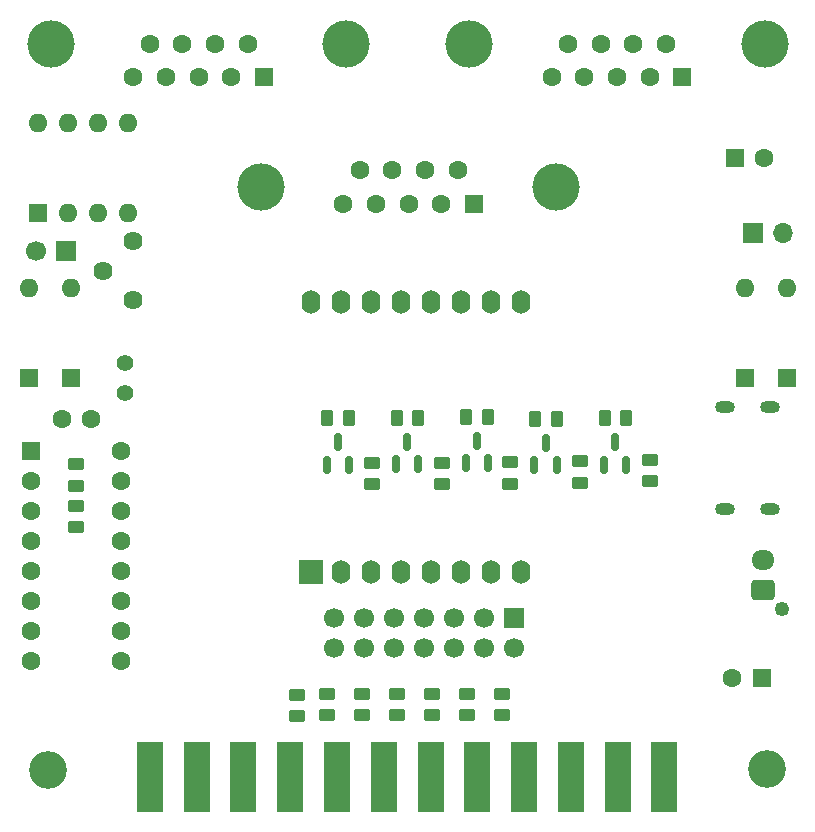
<source format=gbr>
%TF.GenerationSoftware,KiCad,Pcbnew,9.0.2-9.0.2-0~ubuntu24.10.1*%
%TF.CreationDate,2025-07-06T18:08:22+02:00*%
%TF.ProjectId,pet_joymate,7065745f-6a6f-4796-9d61-74652e6b6963,rev?*%
%TF.SameCoordinates,Original*%
%TF.FileFunction,Soldermask,Bot*%
%TF.FilePolarity,Negative*%
%FSLAX46Y46*%
G04 Gerber Fmt 4.6, Leading zero omitted, Abs format (unit mm)*
G04 Created by KiCad (PCBNEW 9.0.2-9.0.2-0~ubuntu24.10.1) date 2025-07-06 18:08:22*
%MOMM*%
%LPD*%
G01*
G04 APERTURE LIST*
G04 Aperture macros list*
%AMRoundRect*
0 Rectangle with rounded corners*
0 $1 Rounding radius*
0 $2 $3 $4 $5 $6 $7 $8 $9 X,Y pos of 4 corners*
0 Add a 4 corners polygon primitive as box body*
4,1,4,$2,$3,$4,$5,$6,$7,$8,$9,$2,$3,0*
0 Add four circle primitives for the rounded corners*
1,1,$1+$1,$2,$3*
1,1,$1+$1,$4,$5*
1,1,$1+$1,$6,$7*
1,1,$1+$1,$8,$9*
0 Add four rect primitives between the rounded corners*
20,1,$1+$1,$2,$3,$4,$5,0*
20,1,$1+$1,$4,$5,$6,$7,0*
20,1,$1+$1,$6,$7,$8,$9,0*
20,1,$1+$1,$8,$9,$2,$3,0*%
G04 Aperture macros list end*
%ADD10O,1.700000X1.000000*%
%ADD11R,1.600000X1.600000*%
%ADD12O,1.600000X1.600000*%
%ADD13C,3.200000*%
%ADD14RoundRect,0.250000X0.550000X0.550000X-0.550000X0.550000X-0.550000X-0.550000X0.550000X-0.550000X0*%
%ADD15C,1.600000*%
%ADD16C,1.250000*%
%ADD17RoundRect,0.250000X0.725000X-0.600000X0.725000X0.600000X-0.725000X0.600000X-0.725000X-0.600000X0*%
%ADD18O,1.950000X1.700000*%
%ADD19R,1.700000X1.700000*%
%ADD20C,1.700000*%
%ADD21C,1.400000*%
%ADD22O,1.700000X1.700000*%
%ADD23C,1.620000*%
%ADD24RoundRect,0.250000X-0.550000X-0.550000X0.550000X-0.550000X0.550000X0.550000X-0.550000X0.550000X0*%
%ADD25C,4.000000*%
%ADD26R,2.200000X6.000000*%
%ADD27R,2.000000X2.000000*%
%ADD28O,1.600000X2.000000*%
%ADD29RoundRect,0.150000X0.150000X-0.587500X0.150000X0.587500X-0.150000X0.587500X-0.150000X-0.587500X0*%
%ADD30RoundRect,0.250000X-0.262500X-0.450000X0.262500X-0.450000X0.262500X0.450000X-0.262500X0.450000X0*%
%ADD31RoundRect,0.250000X0.262500X0.450000X-0.262500X0.450000X-0.262500X-0.450000X0.262500X-0.450000X0*%
%ADD32RoundRect,0.250000X0.450000X-0.262500X0.450000X0.262500X-0.450000X0.262500X-0.450000X-0.262500X0*%
%ADD33RoundRect,0.250000X-0.450000X0.262500X-0.450000X-0.262500X0.450000X-0.262500X0.450000X0.262500X0*%
G04 APERTURE END LIST*
D10*
%TO.C,J4*%
X129140000Y-108820000D03*
X132940000Y-108820000D03*
X129140000Y-100180000D03*
X132940000Y-100180000D03*
%TD*%
D11*
%TO.C,D3*%
X70175000Y-97725000D03*
D12*
X70175000Y-90105000D03*
%TD*%
D11*
%TO.C,D1*%
X130775000Y-97725000D03*
D12*
X130775000Y-90105000D03*
%TD*%
D11*
%TO.C,D4*%
X73725000Y-97725000D03*
D12*
X73725000Y-90105000D03*
%TD*%
D11*
%TO.C,U1*%
X70935000Y-83775000D03*
D12*
X73475000Y-83775000D03*
X76015000Y-83775000D03*
X78555000Y-83775000D03*
X78555000Y-76155000D03*
X76015000Y-76155000D03*
X73475000Y-76155000D03*
X70935000Y-76155000D03*
%TD*%
D13*
%TO.C,H2*%
X132650000Y-130875000D03*
%TD*%
D11*
%TO.C,D2*%
X134325000Y-97725000D03*
D12*
X134325000Y-90105000D03*
%TD*%
D14*
%TO.C,C1*%
X132225000Y-123150000D03*
D15*
X129725000Y-123150000D03*
%TD*%
D16*
%TO.C,J6*%
X133925000Y-117275000D03*
D17*
X132325000Y-115675000D03*
D18*
X132325000Y-113175000D03*
%TD*%
D19*
%TO.C,J8*%
X73350000Y-87025000D03*
D20*
X70810000Y-87025000D03*
%TD*%
D15*
%TO.C,C2*%
X75475000Y-101225000D03*
X72975000Y-101225000D03*
%TD*%
D13*
%TO.C,H1*%
X71825000Y-130900000D03*
%TD*%
D21*
%TO.C,JP2*%
X78275000Y-96475000D03*
X78275000Y-99015000D03*
%TD*%
D19*
%TO.C,J7*%
X131475000Y-85475000D03*
D22*
X134015000Y-85475000D03*
%TD*%
D23*
%TO.C,P1*%
X78975000Y-91175000D03*
X76475000Y-88675000D03*
X78975000Y-86175000D03*
%TD*%
D24*
%TO.C,U2*%
X70350000Y-103920000D03*
D15*
X70350000Y-106460000D03*
X70350000Y-109000000D03*
X70350000Y-111540000D03*
X70350000Y-114080000D03*
X70350000Y-116620000D03*
X70350000Y-119160000D03*
X70350000Y-121700000D03*
X77970000Y-121700000D03*
X77970000Y-119160000D03*
X77970000Y-116620000D03*
X77970000Y-114080000D03*
X77970000Y-111540000D03*
X77970000Y-109000000D03*
X77970000Y-106460000D03*
X77970000Y-103920000D03*
%TD*%
D25*
%TO.C,J3*%
X97050000Y-69430331D03*
X72050000Y-69430331D03*
D11*
X90090000Y-72270331D03*
D15*
X87320000Y-72270331D03*
X84550000Y-72270331D03*
X81780000Y-72270331D03*
X79010000Y-72270331D03*
X88705000Y-69430331D03*
X85935000Y-69430331D03*
X83165000Y-69430331D03*
X80395000Y-69430331D03*
%TD*%
D26*
%TO.C,U3*%
X123985000Y-131500000D03*
X120025000Y-131500000D03*
X116065000Y-131500000D03*
X112105000Y-131500000D03*
X108145000Y-131500000D03*
X104185000Y-131500000D03*
X100225000Y-131500000D03*
X96265000Y-131500000D03*
X92305000Y-131500000D03*
X88345000Y-131500000D03*
X84385000Y-131500000D03*
X80425000Y-131500000D03*
%TD*%
D24*
%TO.C,C3*%
X129950000Y-79100000D03*
D15*
X132450000Y-79100000D03*
%TD*%
D19*
%TO.C,J1*%
X111250000Y-118050000D03*
D20*
X111250000Y-120590000D03*
X108710000Y-118050000D03*
X108710000Y-120590000D03*
X106170000Y-118050000D03*
X106170000Y-120590000D03*
X103630000Y-118050000D03*
X103630000Y-120590000D03*
X101090000Y-118050000D03*
X101090000Y-120590000D03*
X98550000Y-118050000D03*
X98550000Y-120590000D03*
X96010000Y-118050000D03*
X96010000Y-120590000D03*
%TD*%
D25*
%TO.C,J2*%
X132475000Y-69430331D03*
X107475000Y-69430331D03*
D11*
X125515000Y-72270331D03*
D15*
X122745000Y-72270331D03*
X119975000Y-72270331D03*
X117205000Y-72270331D03*
X114435000Y-72270331D03*
X124130000Y-69430331D03*
X121360000Y-69430331D03*
X118590000Y-69430331D03*
X115820000Y-69430331D03*
%TD*%
D27*
%TO.C,U4*%
X94050000Y-114200000D03*
D28*
X96590000Y-114200000D03*
X99130000Y-114200000D03*
X101670000Y-114200000D03*
X104210000Y-114200000D03*
X106750000Y-114200000D03*
X109290000Y-114200000D03*
X111830000Y-114200000D03*
X111830000Y-91340000D03*
X109290000Y-91340000D03*
X106750000Y-91340000D03*
X104210000Y-91340000D03*
X101670000Y-91340000D03*
X99130000Y-91340000D03*
X96590000Y-91340000D03*
X94050000Y-91340000D03*
%TD*%
D29*
%TO.C,Q7*%
X103145000Y-105055000D03*
X101245000Y-105055000D03*
X102195000Y-103180000D03*
%TD*%
D30*
%TO.C,R13*%
X95425000Y-101087500D03*
X97250000Y-101087500D03*
%TD*%
D31*
%TO.C,R9*%
X120750000Y-101137500D03*
X118925000Y-101137500D03*
%TD*%
%TO.C,R11*%
X109020000Y-101047500D03*
X107195000Y-101047500D03*
%TD*%
D29*
%TO.C,Q5*%
X97275000Y-105062500D03*
X95375000Y-105062500D03*
X96325000Y-103187500D03*
%TD*%
D32*
%TO.C,R14*%
X99255000Y-106737500D03*
X99255000Y-104912500D03*
%TD*%
D29*
%TO.C,Q6*%
X114875000Y-105137500D03*
X112975000Y-105137500D03*
X113925000Y-103262500D03*
%TD*%
D32*
%TO.C,R12*%
X110935000Y-106707500D03*
X110935000Y-104882500D03*
%TD*%
D33*
%TO.C,R8*%
X92850000Y-124550000D03*
X92850000Y-126375000D03*
%TD*%
D25*
%TO.C,J5*%
X89840000Y-81575000D03*
X114840000Y-81575000D03*
D11*
X107880000Y-82995000D03*
D15*
X105110000Y-82995000D03*
X102340000Y-82995000D03*
X99570000Y-82995000D03*
X96800000Y-82995000D03*
X106495000Y-80155000D03*
X103725000Y-80155000D03*
X100955000Y-80155000D03*
X98185000Y-80155000D03*
%TD*%
D31*
%TO.C,R21*%
X103147500Y-101087500D03*
X101322500Y-101087500D03*
%TD*%
D33*
%TO.C,R5*%
X101350000Y-124475000D03*
X101350000Y-126300000D03*
%TD*%
D32*
%TO.C,R10*%
X122725000Y-106500000D03*
X122725000Y-104675000D03*
%TD*%
D33*
%TO.C,R4*%
X104300000Y-124475000D03*
X104300000Y-126300000D03*
%TD*%
D32*
%TO.C,R20*%
X116800000Y-106612500D03*
X116800000Y-104787500D03*
%TD*%
%TO.C,R1*%
X74175000Y-110375000D03*
X74175000Y-108550000D03*
%TD*%
D33*
%TO.C,R3*%
X107250000Y-124475000D03*
X107250000Y-126300000D03*
%TD*%
%TO.C,R2*%
X110200000Y-124475000D03*
X110200000Y-126300000D03*
%TD*%
D32*
%TO.C,R22*%
X105185000Y-106747500D03*
X105185000Y-104922500D03*
%TD*%
D33*
%TO.C,R6*%
X98400000Y-124475000D03*
X98400000Y-126300000D03*
%TD*%
D29*
%TO.C,Q3*%
X120750000Y-105062500D03*
X118850000Y-105062500D03*
X119800000Y-103187500D03*
%TD*%
%TO.C,Q4*%
X109055000Y-104977500D03*
X107155000Y-104977500D03*
X108105000Y-103102500D03*
%TD*%
D33*
%TO.C,R7*%
X95450000Y-124475000D03*
X95450000Y-126300000D03*
%TD*%
D31*
%TO.C,R19*%
X114875000Y-101212500D03*
X113050000Y-101212500D03*
%TD*%
D32*
%TO.C,R15*%
X74155000Y-106850000D03*
X74155000Y-105025000D03*
%TD*%
M02*

</source>
